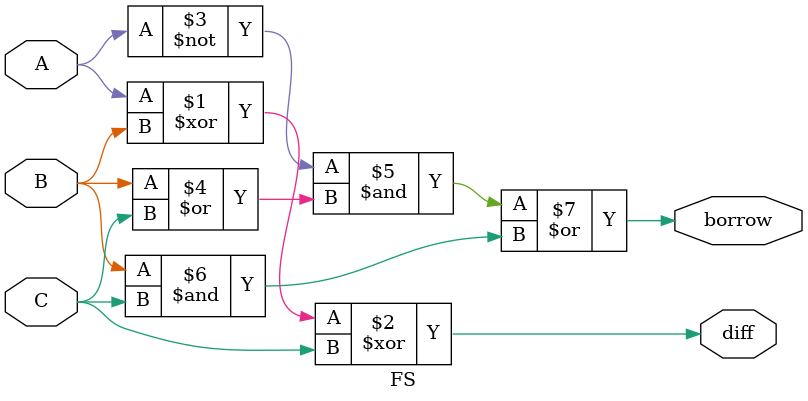
<source format=v>

module FS(A,B,C,diff,borrow);
output diff,borrow;
input A,B,C;

  wire   w_1;
  wire   w_2;
  wire   w_3;
       
 
 assign diff = A ^ B ^ C;
 assign borrow =(~ A) & (B | C) | (B & C);


 
  endmodule
   
</source>
